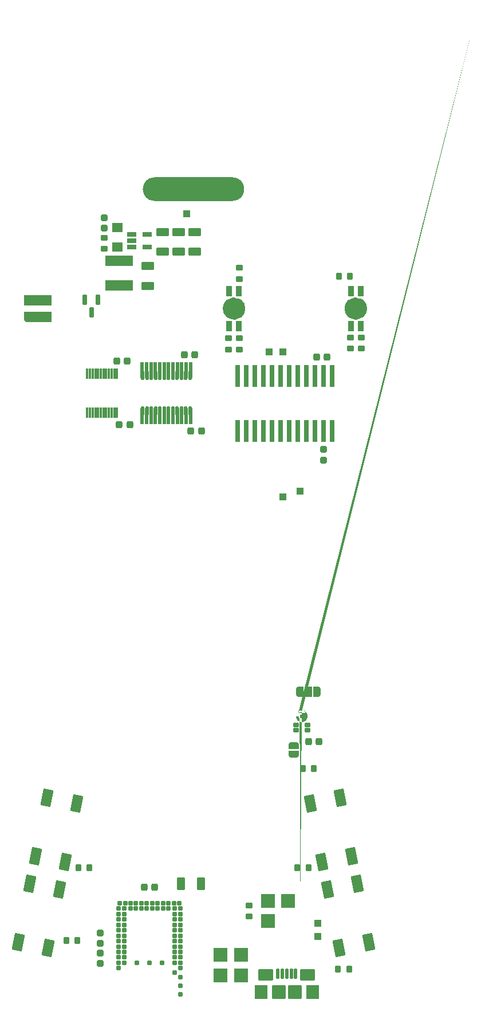
<source format=gbr>
%TF.GenerationSoftware,KiCad,Pcbnew,(6.0.1-0)*%
%TF.CreationDate,2022-05-13T10:35:13-07:00*%
%TF.ProjectId,badge_eda,62616467-655f-4656-9461-2e6b69636164,rev?*%
%TF.SameCoordinates,Original*%
%TF.FileFunction,Soldermask,Bot*%
%TF.FilePolarity,Negative*%
%FSLAX46Y46*%
G04 Gerber Fmt 4.6, Leading zero omitted, Abs format (unit mm)*
G04 Created by KiCad (PCBNEW (6.0.1-0)) date 2022-05-13 10:35:13*
%MOMM*%
%LPD*%
G01*
G04 APERTURE LIST*
G04 Aperture macros list*
%AMRoundRect*
0 Rectangle with rounded corners*
0 $1 Rounding radius*
0 $2 $3 $4 $5 $6 $7 $8 $9 X,Y pos of 4 corners*
0 Add a 4 corners polygon primitive as box body*
4,1,4,$2,$3,$4,$5,$6,$7,$8,$9,$2,$3,0*
0 Add four circle primitives for the rounded corners*
1,1,$1+$1,$2,$3*
1,1,$1+$1,$4,$5*
1,1,$1+$1,$6,$7*
1,1,$1+$1,$8,$9*
0 Add four rect primitives between the rounded corners*
20,1,$1+$1,$2,$3,$4,$5,0*
20,1,$1+$1,$4,$5,$6,$7,0*
20,1,$1+$1,$6,$7,$8,$9,0*
20,1,$1+$1,$8,$9,$2,$3,0*%
%AMFreePoly0*
4,1,94,0.011592,0.199628,0.191455,0.178181,0.202308,0.175636,0.372950,0.114873,0.382968,0.109986,0.535907,0.012928,0.544595,0.005944,0.672230,-0.122585,0.679153,-0.131321,0.775141,-0.284934,0.779958,-0.294987,0.839528,-0.466049,0.841997,-0.476919,0.862188,-0.656927,0.862495,-0.663199,0.862178,-0.685885,0.861696,-0.692145,0.836487,-0.871520,0.833715,-0.882316,0.769392,-1.051647,
0.764297,-1.061562,0.664057,-1.212435,0.656892,-1.220973,0.525718,-1.345889,0.516839,-1.352629,0.361249,-1.445378,0.351098,-1.449983,0.178827,-1.505958,0.167908,-1.508199,-0.012484,-1.524616,-0.023629,-1.524383,-0.203175,-1.500426,-0.213991,-1.497729,-0.383767,-1.434590,-0.393716,-1.429564,-0.545285,-1.330380,-0.553874,-1.323275,-0.679702,-1.192976,-0.686503,-1.184144,-0.780337,-1.029206,
-0.785013,-1.019087,-0.842189,-0.847210,-0.844506,-0.836307,-0.861690,-0.661053,-0.862108,-0.656792,-0.467225,-0.656792,-0.450047,-0.788155,-0.396690,-0.909419,-0.311445,-1.010831,-0.201160,-1.084243,-0.074708,-1.123749,0.057756,-1.126177,0.185571,-1.091330,0.298468,-1.022011,0.387377,-0.923787,0.445141,-0.804561,0.467666,-0.670669,0.467727,-0.665759,0.448478,-0.531355,0.393645,-0.410754,
0.307164,-0.310389,0.195996,-0.238333,0.069064,-0.200372,-0.000121,-0.199949,-0.000111,-0.198273,-0.000488,-0.198273,-0.000498,-0.199947,-0.063414,-0.199563,-0.190797,-0.235969,-0.302840,-0.306663,-0.390540,-0.405964,-0.446843,-0.525886,-0.467225,-0.656792,-0.862108,-0.656792,-0.862182,-0.656035,-0.862027,-0.644889,-0.839324,-0.465180,-0.836703,-0.454346,-0.774751,-0.284133,-0.769794,-0.274149,
-0.671670,-0.121891,-0.664625,-0.113252,-0.535208,0.013483,-0.526424,0.020345,-0.372145,0.115258,-0.362059,0.120005,-0.190585,0.178379,-0.179698,0.180772,-0.009010,0.198712,-0.008966,0.198296,-0.003476,0.198295,-0.003580,0.199282,0.000440,0.199705,0.011592,0.199628,0.011592,0.199628,$1*%
%AMFreePoly1*
4,1,14,2.035355,0.785355,2.050000,0.750000,2.050000,-0.750000,2.035355,-0.785355,2.000000,-0.800000,-1.700000,-0.800000,-1.735355,-0.785355,-2.035355,-0.485355,-2.050000,-0.450000,-2.050000,0.750000,-2.035355,0.785355,-2.000000,0.800000,2.000000,0.800000,2.035355,0.785355,2.035355,0.785355,$1*%
%AMFreePoly2*
4,1,37,0.585355,0.785355,0.600000,0.750000,0.600000,-0.750000,0.585355,-0.785355,0.550000,-0.800000,0.000000,-0.800000,-0.012524,-0.794812,-0.080857,-0.793560,-0.094851,-0.791293,-0.230166,-0.749018,-0.242962,-0.742915,-0.360972,-0.664360,-0.371540,-0.654911,-0.462760,-0.546392,-0.470252,-0.534356,-0.527347,-0.404597,-0.531159,-0.390943,-0.548742,-0.256483,-0.547388,-0.256306,-0.550000,-0.250000,
-0.550000,0.250000,-0.549522,0.251153,-0.549368,0.263802,-0.527557,0.403879,-0.523412,0.417435,-0.463164,0.545760,-0.455381,0.557609,-0.361537,0.663867,-0.350741,0.673055,-0.230846,0.748703,-0.217905,0.754492,-0.081598,0.793449,-0.067552,0.795373,-0.011991,0.795033,0.000000,0.800000,0.550000,0.800000,0.585355,0.785355,0.585355,0.785355,$1*%
%AMFreePoly3*
4,1,37,0.012350,0.794884,0.074210,0.794507,0.088231,0.792412,0.224052,0.751793,0.236921,0.745846,0.355883,0.668739,0.366566,0.659420,0.459104,0.552023,0.466742,0.540080,0.525419,0.411028,0.529398,0.397421,0.549495,0.257088,0.550000,0.250000,0.550000,-0.250000,0.549996,-0.250610,0.549847,-0.262826,0.549158,-0.270511,0.525638,-0.410312,0.521328,-0.423818,0.459516,-0.551397,
0.451589,-0.563150,0.356454,-0.668254,0.345546,-0.677309,0.224736,-0.751486,0.211726,-0.757116,0.074953,-0.794405,0.060885,-0.796158,0.011462,-0.795252,0.000000,-0.800000,-0.550000,-0.800000,-0.585355,-0.785355,-0.600000,-0.750000,-0.600000,0.750000,-0.585355,0.785355,-0.550000,0.800000,0.000000,0.800000,0.012350,0.794884,0.012350,0.794884,$1*%
%AMFreePoly4*
4,1,37,0.535355,0.785355,0.550000,0.750000,0.550000,-0.750000,0.535355,-0.785355,0.500000,-0.800000,0.000000,-0.800000,-0.012524,-0.794812,-0.080857,-0.793560,-0.094851,-0.791293,-0.230166,-0.749018,-0.242962,-0.742915,-0.360972,-0.664360,-0.371540,-0.654911,-0.462760,-0.546392,-0.470252,-0.534356,-0.527347,-0.404597,-0.531159,-0.390943,-0.548742,-0.256483,-0.547388,-0.256306,-0.550000,-0.250000,
-0.550000,0.250000,-0.549522,0.251153,-0.549368,0.263802,-0.527557,0.403879,-0.523412,0.417435,-0.463164,0.545760,-0.455381,0.557609,-0.361537,0.663867,-0.350741,0.673055,-0.230846,0.748703,-0.217905,0.754492,-0.081598,0.793449,-0.067552,0.795373,-0.011991,0.795033,0.000000,0.800000,0.500000,0.800000,0.535355,0.785355,0.535355,0.785355,$1*%
%AMFreePoly5*
4,1,37,0.012350,0.794884,0.074210,0.794507,0.088231,0.792412,0.224052,0.751793,0.236921,0.745846,0.355883,0.668739,0.366566,0.659420,0.459104,0.552023,0.466742,0.540080,0.525419,0.411028,0.529398,0.397421,0.549495,0.257088,0.550000,0.250000,0.550000,-0.250000,0.549996,-0.250610,0.549847,-0.262826,0.549158,-0.270511,0.525638,-0.410312,0.521328,-0.423818,0.459516,-0.551397,
0.451589,-0.563150,0.356454,-0.668254,0.345546,-0.677309,0.224736,-0.751486,0.211726,-0.757116,0.074953,-0.794405,0.060885,-0.796158,0.011462,-0.795252,0.000000,-0.800000,-0.500000,-0.800000,-0.535355,-0.785355,-0.550000,-0.750000,-0.550000,0.750000,-0.535355,0.785355,-0.500000,0.800000,0.000000,0.800000,0.012350,0.794884,0.012350,0.794884,$1*%
G04 Aperture macros list end*
%ADD10C,1.660000*%
%ADD11RoundRect,0.050000X0.500000X0.500000X-0.500000X0.500000X-0.500000X-0.500000X0.500000X-0.500000X0*%
%ADD12O,15.000000X3.500000*%
%ADD13RoundRect,0.050000X0.451983X-1.313663X0.921021X1.040058X-0.451983X1.313663X-0.921021X-1.040058X0*%
%ADD14RoundRect,0.275000X0.250000X-0.225000X0.250000X0.225000X-0.250000X0.225000X-0.250000X-0.225000X0*%
%ADD15RoundRect,0.300000X-0.650000X0.325000X-0.650000X-0.325000X0.650000X-0.325000X0.650000X0.325000X0*%
%ADD16RoundRect,0.200000X-0.150000X0.587500X-0.150000X-0.587500X0.150000X-0.587500X0.150000X0.587500X0*%
%ADD17C,0.600000*%
%ADD18RoundRect,0.050000X-0.362500X-0.261000X0.362500X-0.261000X0.362500X0.261000X-0.362500X0.261000X0*%
%ADD19FreePoly0,0.000000*%
%ADD20RoundRect,0.200000X-0.512500X-0.150000X0.512500X-0.150000X0.512500X0.150000X-0.512500X0.150000X0*%
%ADD21RoundRect,0.250000X0.200000X0.275000X-0.200000X0.275000X-0.200000X-0.275000X0.200000X-0.275000X0*%
%ADD22RoundRect,0.050000X-0.921021X1.040058X-0.451983X-1.313663X0.921021X-1.040058X0.451983X1.313663X0*%
%ADD23RoundRect,0.250000X-0.275000X0.200000X-0.275000X-0.200000X0.275000X-0.200000X0.275000X0.200000X0*%
%ADD24RoundRect,0.275000X0.225000X0.250000X-0.225000X0.250000X-0.225000X-0.250000X0.225000X-0.250000X0*%
%ADD25RoundRect,0.200000X0.150000X-1.450000X0.150000X1.450000X-0.150000X1.450000X-0.150000X-1.450000X0*%
%ADD26RoundRect,0.050000X-0.700000X0.650000X-0.700000X-0.650000X0.700000X-0.650000X0.700000X0.650000X0*%
%ADD27RoundRect,0.050000X1.000000X1.000000X-1.000000X1.000000X-1.000000X-1.000000X1.000000X-1.000000X0*%
%ADD28RoundRect,0.275000X-0.225000X-0.250000X0.225000X-0.250000X0.225000X0.250000X-0.225000X0.250000X0*%
%ADD29RoundRect,0.050000X0.250000X-0.250000X0.250000X0.250000X-0.250000X0.250000X-0.250000X-0.250000X0*%
%ADD30RoundRect,0.050000X-0.250000X0.250000X-0.250000X-0.250000X0.250000X-0.250000X0.250000X0.250000X0*%
%ADD31RoundRect,0.050000X0.200000X0.675000X-0.200000X0.675000X-0.200000X-0.675000X0.200000X-0.675000X0*%
%ADD32RoundRect,0.050000X0.900000X0.950000X-0.900000X0.950000X-0.900000X-0.950000X0.900000X-0.950000X0*%
%ADD33RoundRect,0.050000X0.950000X0.950000X-0.950000X0.950000X-0.950000X-0.950000X0.950000X-0.950000X0*%
%ADD34RoundRect,0.050000X1.050000X0.800000X-1.050000X0.800000X-1.050000X-0.800000X1.050000X-0.800000X0*%
%ADD35RoundRect,0.250000X0.275000X-0.200000X0.275000X0.200000X-0.275000X0.200000X-0.275000X-0.200000X0*%
%ADD36RoundRect,0.050000X0.200000X-0.600000X0.200000X0.600000X-0.200000X0.600000X-0.200000X-0.600000X0*%
%ADD37RoundRect,0.150000X0.100000X-0.637500X0.100000X0.637500X-0.100000X0.637500X-0.100000X-0.637500X0*%
%ADD38RoundRect,0.050000X0.225000X-0.875000X0.225000X0.875000X-0.225000X0.875000X-0.225000X-0.875000X0*%
%ADD39RoundRect,0.275000X-0.250000X0.225000X-0.250000X-0.225000X0.250000X-0.225000X0.250000X0.225000X0*%
%ADD40RoundRect,0.250000X-0.200000X-0.275000X0.200000X-0.275000X0.200000X0.275000X-0.200000X0.275000X0*%
%ADD41RoundRect,0.050000X-0.400000X0.700000X-0.400000X-0.700000X0.400000X-0.700000X0.400000X0.700000X0*%
%ADD42RoundRect,0.050000X-2.000000X-0.750000X2.000000X-0.750000X2.000000X0.750000X-2.000000X0.750000X0*%
%ADD43FreePoly1,0.000000*%
%ADD44FreePoly2,180.000000*%
%ADD45RoundRect,0.050000X0.500000X0.750000X-0.500000X0.750000X-0.500000X-0.750000X0.500000X-0.750000X0*%
%ADD46FreePoly3,180.000000*%
%ADD47FreePoly4,270.000000*%
%ADD48FreePoly5,270.000000*%
%ADD49RoundRect,0.112500X0.062500X-0.675000X0.062500X0.675000X-0.062500X0.675000X-0.062500X-0.675000X0*%
%ADD50RoundRect,0.300000X-0.325000X-0.650000X0.325000X-0.650000X0.325000X0.650000X-0.325000X0.650000X0*%
%ADD51RoundRect,0.050000X2.000000X-0.750000X2.000000X0.750000X-2.000000X0.750000X-2.000000X-0.750000X0*%
G04 APERTURE END LIST*
%TO.C,D22*%
D10*
X133830000Y-50000000D02*
G75*
G03*
X133830000Y-50000000I-830000J0D01*
G01*
%TO.C,D23*%
X151830000Y-50000000D02*
G75*
G03*
X151830000Y-50000000I-830000J0D01*
G01*
%TD*%
D11*
%TO.C,TP16*%
X140200000Y-77800000D03*
%TD*%
%TO.C,TP15*%
X142800000Y-77000000D03*
%TD*%
%TO.C,TP14*%
X140200000Y-56400000D03*
%TD*%
%TO.C,TP13*%
X138200000Y-56400000D03*
%TD*%
D12*
%TO.C,REF\u002A\u002A*%
X127000000Y-32359600D03*
%TD*%
D13*
%TO.C,SW4*%
X107206517Y-135824568D03*
X105486710Y-144454879D03*
X101073483Y-143575432D03*
X102793290Y-134945121D03*
%TD*%
D14*
%TO.C,C9*%
X113800000Y-38125000D03*
X113800000Y-36575000D03*
%TD*%
D15*
%TO.C,C10*%
X122400000Y-38675000D03*
X122400000Y-41625000D03*
%TD*%
D16*
%TO.C,Q1*%
X110950000Y-48662500D03*
X112850000Y-48662500D03*
X111900000Y-50537500D03*
%TD*%
D17*
%TO.C,MK1*%
X143000000Y-110230000D03*
D18*
X142162500Y-112304000D03*
X142162500Y-111482000D03*
D19*
X143000000Y-109567500D03*
D18*
X143837500Y-111482000D03*
X143837500Y-112304000D03*
%TD*%
D11*
%TO.C,TP10*%
X145400000Y-142800000D03*
%TD*%
D20*
%TO.C,U3*%
X117862500Y-40950000D03*
X117862500Y-40000000D03*
X117862500Y-39050000D03*
X120137500Y-39050000D03*
X120137500Y-40950000D03*
%TD*%
D15*
%TO.C,C11*%
X124800000Y-38675000D03*
X124800000Y-41625000D03*
%TD*%
D21*
%TO.C,R4*%
X150125000Y-45200000D03*
X148475000Y-45200000D03*
%TD*%
D22*
%TO.C,SW1*%
X145973290Y-131754879D03*
X144253483Y-123124568D03*
X148666710Y-122245121D03*
X150386517Y-130875432D03*
%TD*%
D23*
%TO.C,R3*%
X132200000Y-54375000D03*
X132200000Y-56025000D03*
%TD*%
D24*
%TO.C,C5*%
X121275000Y-135500000D03*
X119725000Y-135500000D03*
%TD*%
D25*
%TO.C,U4*%
X147485000Y-68075000D03*
X146215000Y-68075000D03*
X144945000Y-68075000D03*
X143675000Y-68075000D03*
X142405000Y-68075000D03*
X141135000Y-68075000D03*
X139865000Y-68075000D03*
X138595000Y-68075000D03*
X137325000Y-68075000D03*
X136055000Y-68075000D03*
X134785000Y-68075000D03*
X133515000Y-68075000D03*
X133515000Y-59925000D03*
X134785000Y-59925000D03*
X136055000Y-59925000D03*
X137325000Y-59925000D03*
X138595000Y-59925000D03*
X139865000Y-59925000D03*
X141135000Y-59925000D03*
X142405000Y-59925000D03*
X143675000Y-59925000D03*
X144945000Y-59925000D03*
X146215000Y-59925000D03*
X147485000Y-59925000D03*
%TD*%
D23*
%TO.C,R5*%
X151800000Y-54275000D03*
X151800000Y-55925000D03*
%TD*%
D26*
%TO.C,D24*%
X115750000Y-38050000D03*
X115750000Y-40950000D03*
%TD*%
D21*
%TO.C,R8*%
X150025000Y-147600000D03*
X148375000Y-147600000D03*
%TD*%
D27*
%TO.C,TP3*%
X138000000Y-137500000D03*
%TD*%
D11*
%TO.C,TP11*%
X145400000Y-140800000D03*
%TD*%
D28*
%TO.C,C13*%
X144025000Y-114000000D03*
X145575000Y-114000000D03*
%TD*%
D29*
%TO.C,U1*%
X125050000Y-147450000D03*
X125050000Y-146650000D03*
X124250000Y-146650000D03*
X125050000Y-145850000D03*
X124250000Y-145850000D03*
X125050000Y-145050000D03*
X124250000Y-145050000D03*
X125050000Y-144250000D03*
X124250000Y-144250000D03*
X125050000Y-143450000D03*
X124250000Y-143450000D03*
X125050000Y-142650000D03*
X124250000Y-142650000D03*
X125050000Y-141850000D03*
X124250000Y-141850000D03*
X125050000Y-141050000D03*
X124250000Y-141050000D03*
X125050000Y-140250000D03*
X124250000Y-140250000D03*
X125050000Y-139450000D03*
X124250000Y-139450000D03*
X125050000Y-138650000D03*
X124250000Y-138650000D03*
X124900000Y-137850000D03*
X124100000Y-137850000D03*
X123300000Y-137850000D03*
X123300000Y-138650000D03*
X122500000Y-137850000D03*
X122500000Y-138650000D03*
X121700000Y-137850000D03*
X121700000Y-138650000D03*
X120900000Y-137850000D03*
X120900000Y-138650000D03*
X120100000Y-137850000D03*
X120100000Y-138650000D03*
X119300000Y-137850000D03*
X119300000Y-138650000D03*
X118500000Y-137850000D03*
X118500000Y-138650000D03*
X117700000Y-137850000D03*
X117700000Y-138650000D03*
X116900000Y-137850000D03*
X116100000Y-137850000D03*
X115950000Y-138650000D03*
X116750000Y-138650000D03*
D30*
X115950000Y-139450000D03*
X116750000Y-139450000D03*
X115950000Y-140250000D03*
X116750000Y-140250000D03*
X115950000Y-141050000D03*
X116750000Y-141050000D03*
X115950000Y-141850000D03*
X116750000Y-141850000D03*
X115950000Y-142650000D03*
X116750000Y-142650000D03*
X115950000Y-143450000D03*
X116750000Y-143450000D03*
X115950000Y-144250000D03*
X116750000Y-144250000D03*
X115950000Y-145050000D03*
X116750000Y-145050000D03*
X115950000Y-145850000D03*
X116750000Y-145850000D03*
X115950000Y-146650000D03*
X116750000Y-146650000D03*
X115950000Y-147450000D03*
D29*
X125050000Y-148750000D03*
X125050000Y-150050000D03*
X125050000Y-151350000D03*
X118625000Y-146650000D03*
X120500000Y-146650000D03*
X122375000Y-146650000D03*
X124250000Y-148100000D03*
%TD*%
D31*
%TO.C,J1*%
X142100000Y-148275000D03*
X141450000Y-148275000D03*
X140800000Y-148275000D03*
X140150000Y-148275000D03*
X139500000Y-148275000D03*
D32*
X144600000Y-150950000D03*
X137000000Y-150950000D03*
D33*
X142000000Y-150950000D03*
X139600000Y-150950000D03*
D34*
X143900000Y-148400000D03*
X137700000Y-148400000D03*
%TD*%
D13*
%TO.C,SW3*%
X109746517Y-123124568D03*
X108026710Y-131754879D03*
X103613483Y-130875432D03*
X105333290Y-122245121D03*
%TD*%
D21*
%TO.C,R9*%
X111625000Y-132600000D03*
X109975000Y-132600000D03*
%TD*%
D35*
%TO.C,R12*%
X113800000Y-41175000D03*
X113800000Y-39525000D03*
%TD*%
D36*
%TO.C,U2*%
X126492500Y-65100000D03*
D37*
X126575000Y-65362500D03*
D38*
X126575000Y-66100000D03*
D37*
X125925000Y-65362500D03*
D36*
X125857500Y-65100000D03*
D38*
X125925000Y-66100000D03*
D36*
X125222500Y-65100000D03*
D37*
X125275000Y-65362500D03*
D38*
X125275000Y-66100000D03*
D36*
X124587500Y-65100000D03*
D37*
X124625000Y-65362500D03*
D38*
X124625000Y-66100000D03*
D37*
X123975000Y-65362500D03*
D38*
X123975000Y-66100000D03*
D36*
X123952500Y-65100000D03*
D37*
X123325000Y-65362500D03*
D36*
X123317500Y-65100000D03*
D38*
X123325000Y-66100000D03*
D36*
X122682500Y-65100000D03*
D37*
X122675000Y-65362500D03*
D38*
X122675000Y-66100000D03*
D37*
X122025000Y-65362500D03*
D38*
X122025000Y-66100000D03*
D36*
X122047500Y-65100000D03*
X121412500Y-65100000D03*
D38*
X121375000Y-66100000D03*
D37*
X121375000Y-65362500D03*
D38*
X120725000Y-66100000D03*
D36*
X120777500Y-65100000D03*
D37*
X120725000Y-65362500D03*
D36*
X120142500Y-65100000D03*
D38*
X120075000Y-66100000D03*
D37*
X120075000Y-65362500D03*
X119425000Y-65362500D03*
D36*
X119507500Y-65100000D03*
D38*
X119425000Y-66100000D03*
D37*
X119425000Y-59637500D03*
D38*
X119425000Y-58900000D03*
D36*
X119507500Y-59900000D03*
X120142500Y-59900000D03*
D37*
X120075000Y-59637500D03*
D38*
X120075000Y-58900000D03*
D37*
X120725000Y-59637500D03*
D36*
X120777500Y-59900000D03*
D38*
X120725000Y-58900000D03*
X121375000Y-58900000D03*
D36*
X121412500Y-59900000D03*
D37*
X121375000Y-59637500D03*
D36*
X122047500Y-59900000D03*
D37*
X122025000Y-59637500D03*
D38*
X122025000Y-58900000D03*
X122675000Y-58900000D03*
D36*
X122682500Y-59900000D03*
D37*
X122675000Y-59637500D03*
D38*
X123325000Y-58900000D03*
D36*
X123317500Y-59900000D03*
D37*
X123325000Y-59637500D03*
X123975000Y-59637500D03*
D36*
X123952500Y-59900000D03*
D38*
X123975000Y-58900000D03*
X124625000Y-58900000D03*
D36*
X124587500Y-59900000D03*
D37*
X124625000Y-59637500D03*
X125275000Y-59637500D03*
D38*
X125275000Y-58900000D03*
D36*
X125222500Y-59900000D03*
X125857500Y-59900000D03*
D38*
X125925000Y-58900000D03*
D37*
X125925000Y-59637500D03*
D36*
X126492500Y-59900000D03*
D37*
X126575000Y-59637500D03*
D38*
X126575000Y-58900000D03*
%TD*%
D15*
%TO.C,C8*%
X120200000Y-43725000D03*
X120200000Y-46675000D03*
%TD*%
D27*
%TO.C,TP7*%
X134000000Y-145500000D03*
%TD*%
D22*
%TO.C,SW2*%
X148513290Y-144454879D03*
X146793483Y-135824568D03*
X151206710Y-134945121D03*
X152926517Y-143575432D03*
%TD*%
D23*
%TO.C,R6*%
X150200000Y-54275000D03*
X150200000Y-55925000D03*
%TD*%
D39*
%TO.C,C6*%
X146200000Y-70825000D03*
X146200000Y-72375000D03*
%TD*%
D27*
%TO.C,TP4*%
X138000000Y-140500000D03*
%TD*%
D40*
%TO.C,R13*%
X143175000Y-118000000D03*
X144825000Y-118000000D03*
%TD*%
D27*
%TO.C,TP9*%
X141000000Y-137500000D03*
%TD*%
D23*
%TO.C,R11*%
X135200000Y-138175000D03*
X135200000Y-139825000D03*
%TD*%
D27*
%TO.C,TP5*%
X134000000Y-148500000D03*
%TD*%
D41*
%TO.C,D22*%
X132275000Y-52600000D03*
X132275000Y-47400000D03*
X133725000Y-47400000D03*
X133725000Y-52600000D03*
%TD*%
D14*
%TO.C,C1*%
X113200000Y-143775000D03*
X113200000Y-142225000D03*
%TD*%
D28*
%TO.C,C14*%
X126625000Y-68100000D03*
X128175000Y-68100000D03*
%TD*%
D42*
%TO.C,J2*%
X104000000Y-48800000D03*
D43*
X104000000Y-51200000D03*
%TD*%
D27*
%TO.C,TP8*%
X131000000Y-145500000D03*
%TD*%
D44*
%TO.C,JP2*%
X145300000Y-106600000D03*
D45*
X144000000Y-106600000D03*
D46*
X142700000Y-106600000D03*
%TD*%
D28*
%TO.C,C4*%
X116025000Y-67200000D03*
X117575000Y-67200000D03*
%TD*%
D47*
%TO.C,JP1*%
X141800000Y-114550000D03*
D48*
X141800000Y-115850000D03*
%TD*%
D21*
%TO.C,R10*%
X109825000Y-143400000D03*
X108175000Y-143400000D03*
%TD*%
D27*
%TO.C,TP6*%
X131000000Y-148500000D03*
%TD*%
D41*
%TO.C,D23*%
X150275000Y-52600000D03*
X150275000Y-47400000D03*
X151725000Y-47400000D03*
X151725000Y-52600000D03*
%TD*%
D15*
%TO.C,C12*%
X127200000Y-38675000D03*
X127200000Y-41625000D03*
%TD*%
D40*
%TO.C,R7*%
X142375000Y-132600000D03*
X144025000Y-132600000D03*
%TD*%
D24*
%TO.C,C15*%
X127175000Y-56800000D03*
X125625000Y-56800000D03*
%TD*%
D11*
%TO.C,TP12*%
X126000000Y-36000000D03*
%TD*%
D23*
%TO.C,R2*%
X133800000Y-54375000D03*
X133800000Y-56025000D03*
%TD*%
D49*
%TO.C,U5*%
X115700000Y-65362500D03*
X115300000Y-65362500D03*
X114900000Y-65362500D03*
X114500000Y-65362500D03*
X114100000Y-65362500D03*
X113700000Y-65362500D03*
X113300000Y-65362500D03*
X112900000Y-65362500D03*
X112500000Y-65362500D03*
X112100000Y-65362500D03*
X111700000Y-65362500D03*
X111300000Y-65362500D03*
X111300000Y-59637500D03*
X111700000Y-59637500D03*
X112100000Y-59637500D03*
X112500000Y-59637500D03*
X112900000Y-59637500D03*
X113300000Y-59637500D03*
X113700000Y-59637500D03*
X114100000Y-59637500D03*
X114500000Y-59637500D03*
X114900000Y-59637500D03*
X115300000Y-59637500D03*
X115700000Y-59637500D03*
%TD*%
D35*
%TO.C,R1*%
X133800000Y-45625000D03*
X133800000Y-43975000D03*
%TD*%
D14*
%TO.C,C2*%
X113200000Y-146775000D03*
X113200000Y-145225000D03*
%TD*%
D28*
%TO.C,C16*%
X115625000Y-57800000D03*
X117175000Y-57800000D03*
%TD*%
D50*
%TO.C,C3*%
X125125000Y-135000000D03*
X128075000Y-135000000D03*
%TD*%
D51*
%TO.C,L1*%
X116000000Y-46550000D03*
X116000000Y-42950000D03*
%TD*%
D24*
%TO.C,C7*%
X146775000Y-57200000D03*
X145225000Y-57200000D03*
%TD*%
M02*

</source>
